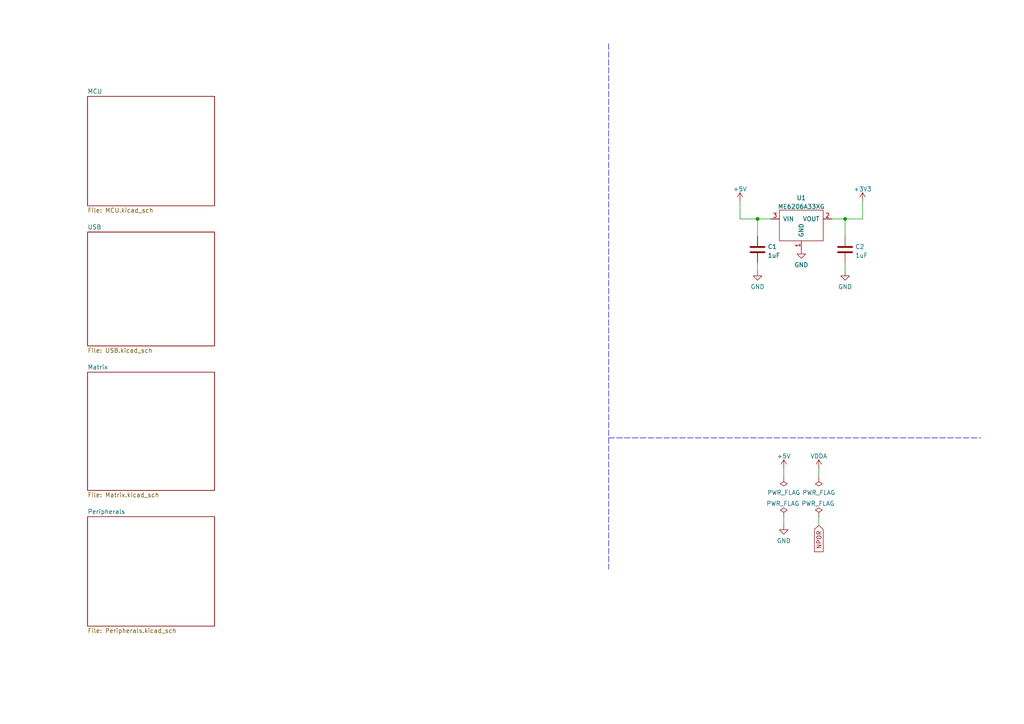
<source format=kicad_sch>
(kicad_sch (version 20211123) (generator eeschema)
  (paper "A4")
  (lib_symbols
    (symbol "Device:C" (pin_numbers hide) (pin_names (offset 0.254))
      (property "Reference" "C" (at 0.635 2.54 0))
      (property "Value" "C" (at 0.635 -2.54 0))
      (symbol "C_0_1"
        (polyline (pts (xy -2.032 -0.762) (xy 2.032 -0.762)) (stroke (width 0.508)))
        (polyline (pts (xy -2.032 0.762) (xy 2.032 0.762)) (stroke (width 0.508)))
      )
      (symbol "C_1_1"
        (pin passive line (at 0 3.81 270) (length 2.794) (name "~") (number "1"))
        (pin passive line (at 0 -3.81 90) (length 2.794) (name "~") (number "2"))
      )
    )
    (symbol "LCSC:ME6206A33XG" (pin_names (offset 1.016))
      (property "Reference" "U" (at 12.065 1.27 0))
      (property "Value" "ME6206A33XG" (at 15.24 -10.16 0))
      (symbol "ME6206A33XG_0_1"
        (rectangle (start 0 0) (end 12.7 -8.89))
      )
      (symbol "ME6206A33XG_1_1"
        (pin passive line (at 6.35 -11.43 90) (length 2.54) (name "GND") (number "1"))
        (pin power_out line (at 15.24 -2.54 180) (length 2.54) (name "VOUT") (number "2"))
        (pin power_in line (at -2.54 -2.54 0) (length 2.54) (name "VIN") (number "3"))
      )
    )
    (symbol "power:+3V3" (power) (pin_names (offset 0))
      (property "Value" "+3V3" (at 0 3.556 0))
      (symbol "+3V3_0_1"
        (polyline (pts (xy -0.762 1.27) (xy 0 2.54)))
        (polyline (pts (xy 0 0) (xy 0 2.54)))
        (polyline (pts (xy 0 2.54) (xy 0.762 1.27)))
      )
      (symbol "+3V3_1_1"
        (pin power_in line (at 0 0 90) (length 0) hide (name "+3V3") (number "1"))
      )
    )
    (symbol "power:+5V" (power) (pin_names (offset 0))
      (property "Value" "+5V" (at 0 3.556 0))
      (symbol "+5V_0_1"
        (polyline (pts (xy -0.762 1.27) (xy 0 2.54)))
        (polyline (pts (xy 0 0) (xy 0 2.54)))
        (polyline (pts (xy 0 2.54) (xy 0.762 1.27)))
      )
      (symbol "+5V_1_1"
        (pin power_in line (at 0 0 90) (length 0) hide (name "+5V") (number "1"))
      )
    )
    (symbol "power:GND" (power) (pin_names (offset 0))
      (property "Value" "GND" (at 0 -3.81 0))
      (symbol "GND_0_1"
        (polyline (pts (xy 0 0) (xy 0 -1.27) (xy 1.27 -1.27) (xy 0 -2.54) (xy -1.27 -1.27) (xy 0 -1.27)))
      )
      (symbol "GND_1_1"
        (pin power_in line (at 0 0 270) (length 0) hide (name "GND") (number "1"))
      )
    )
    (symbol "power:PWR_FLAG" (power) (pin_numbers hide) (pin_names (offset 0) hide)
      (property "Value" "PWR_FLAG" (at 0 3.81 0))
      (symbol "PWR_FLAG_0_0"
        (pin power_out line (at 0 0 90) (length 0) (name "pwr") (number "1"))
      )
      (symbol "PWR_FLAG_0_1"
        (polyline (pts (xy 0 0) (xy 0 1.27) (xy -1.016 1.905) (xy 0 2.54) (xy 1.016 1.905) (xy 0 1.27)))
      )
    )
    (symbol "power:VDDA" (power) (pin_names (offset 0))
      (property "Value" "VDDA" (at 0 3.81 0))
      (symbol "VDDA_0_1"
        (polyline (pts (xy -0.762 1.27) (xy 0 2.54)))
        (polyline (pts (xy 0 0) (xy 0 2.54)))
        (polyline (pts (xy 0 2.54) (xy 0.762 1.27)))
      )
      (symbol "VDDA_1_1"
        (pin power_in line (at 0 0 90) (length 0) hide (name "VDDA") (number "1"))
      )
    )
  )
  (junction (at 245.11 63.5))
  (junction (at 219.71 63.5))
  (wire (pts (xy 245.11 63.5) (xy 250.19 63.5)))
  (wire (pts (xy 219.71 63.5) (xy 214.63 63.5)))
  (wire (pts (xy 250.19 63.5) (xy 250.19 58.42)))
  (wire (pts (xy 214.63 63.5) (xy 214.63 58.42)))
  (polyline (pts (xy 176.53 127) (xy 284.48 127)))
  (polyline (pts (xy 176.53 12.7) (xy 176.53 165.1)))
  (wire (pts (xy 219.71 76.2) (xy 219.71 78.74)))
  (wire (pts (xy 219.71 68.58) (xy 219.71 63.5)))
  (wire (pts (xy 241.3 63.5) (xy 245.11 63.5)))
  (wire (pts (xy 227.33 135.89) (xy 227.33 138.43)))
  (wire (pts (xy 219.71 63.5) (xy 223.52 63.5)))
  (wire (pts (xy 237.49 149.86) (xy 237.49 152.4)))
  (wire (pts (xy 227.33 149.86) (xy 227.33 152.4)))
  (wire (pts (xy 245.11 76.2) (xy 245.11 78.74)))
  (wire (pts (xy 245.11 63.5) (xy 245.11 68.58)))
  (wire (pts (xy 237.49 135.89) (xy 237.49 138.43)))
  (global_label "NPOR" (shape input) (at 237.49 152.4 270) (property "Intersheet References" "${INTERSHEET_REFS}" (effects hide)))
  (symbol (lib_id "power:+3V3") (at 250.19 58.42 0) (unit 1)
    (property "Reference" "#PWR02" (effects hide))
    (property "Value" "+3V3" (at 250.19 54.8442 0))
  )
  (symbol (lib_id "Device:C") (at 245.11 72.39 0) (unit 1)
    (property "Reference" "C2" (at 248.031 71.5553 0) (effects (justify left)))
    (property "Value" "1uF" (at 248.031 74.0922 0) (effects (justify left)))
    (property "Footprint" "Capacitor_SMD:C_0603_1608Metric" (effects hide))
  )
  (symbol (lib_id "power:GND") (at 245.11 78.74 0) (unit 1)
    (property "Reference" "#PWR05" (effects hide))
    (property "Value" "GND" (at 245.11 83.1834 0))
  )
  (symbol (lib_id "power:GND") (at 232.41 72.39 0) (unit 1)
    (property "Reference" "#PWR03" (effects hide))
    (property "Value" "GND" (at 232.41 76.8334 0))
  )
  (symbol (lib_id "power:GND") (at 227.33 152.4 0) (unit 1)
    (property "Reference" "#PWR08" (effects hide))
    (property "Value" "GND" (at 227.33 156.8434 0))
  )
  (symbol (lib_id "Device:C") (at 219.71 72.39 0) (unit 1)
    (property "Reference" "C1" (at 222.631 71.5553 0) (effects (justify left)))
    (property "Value" "1uF" (at 222.631 74.0922 0) (effects (justify left)))
    (property "Footprint" "Capacitor_SMD:C_0603_1608Metric" (effects hide))
  )
  (symbol (lib_id "power:+5V") (at 214.63 58.42 0) (unit 1)
    (property "Reference" "#PWR01" (effects hide))
    (property "Value" "+5V" (at 214.63 54.8442 0))
  )
  (symbol (lib_id "LCSC:ME6206A33XG") (at 226.06 60.96 0) (unit 1)
    (property "Reference" "U1" (at 232.41 57.3872 0))
    (property "Value" "ME6206A33XG" (at 232.41 59.9241 0))
    (property "Footprint" "LCSC:SOT-23" (effects hide))
    (property "Datasheet" "https://datasheet.lcsc.com/lcsc/1811101520_MICRONE-Nanjing-Micro-One-Elec-ME6206A33XG_C161345.pdf" (effects hide))
  )
  (symbol (lib_id "power:PWR_FLAG") (at 237.49 149.86 0) (unit 1)
    (property "Reference" "#FLG04" (effects hide))
    (property "Value" "PWR_FLAG" (at 232.41 146.05 0) (effects (justify left)))
  )
  (symbol (lib_id "power:+5V") (at 227.33 135.89 0) (unit 1)
    (property "Reference" "#PWR06" (effects hide))
    (property "Value" "+5V" (at 227.33 132.3142 0))
  )
  (symbol (lib_id "power:PWR_FLAG") (at 227.33 149.86 0) (unit 1)
    (property "Reference" "#FLG03" (effects hide))
    (property "Value" "PWR_FLAG" (at 222.25 146.05 0) (effects (justify left)))
  )
  (symbol (lib_id "power:PWR_FLAG") (at 227.33 138.43 180) (unit 1)
    (property "Reference" "#FLG01" (effects hide))
    (property "Value" "PWR_FLAG" (at 227.33 142.8734 0))
  )
  (symbol (lib_id "power:GND") (at 219.71 78.74 0) (unit 1)
    (property "Reference" "#PWR04" (effects hide))
    (property "Value" "GND" (at 219.71 83.1834 0))
  )
  (symbol (lib_id "power:PWR_FLAG") (at 237.49 138.43 180) (unit 1)
    (property "Reference" "#FLG02" (effects hide))
    (property "Value" "PWR_FLAG" (at 237.49 142.8734 0))
  )
  (symbol (lib_id "power:VDDA") (at 237.49 135.89 0) (unit 1)
    (property "Reference" "#PWR07" (effects hide))
    (property "Value" "VDDA" (at 237.49 132.3142 0))
  )
  (sheet (at 25.4 27.94) (size 36.83 31.75) (stroke (width 0.1524))
    (property "Sheet name" "MCU" (at 25.4 27.2284 0) (effects (justify left bottom)))
    (property "Sheet file" "MCU.kicad_sch" (at 25.4 60.2746 0) (effects (justify left top)))
  )
  (sheet (at 25.4 149.86) (size 36.83 31.75) (stroke (width 0.1524))
    (property "Sheet name" "Peripherals" (at 25.4 149.1484 0) (effects (justify left bottom)))
    (property "Sheet file" "Peripherals.kicad_sch" (at 25.4 182.1946 0) (effects (justify left top)))
  )
  (sheet (at 25.4 107.95) (size 36.83 34.29) (stroke (width 0.1524))
    (property "Sheet name" "Matrix" (at 25.4 107.2384 0) (effects (justify left bottom)))
    (property "Sheet file" "Matrix.kicad_sch" (at 25.4 142.8246 0) (effects (justify left top)))
  )
  (sheet (at 25.4 67.31) (size 36.83 33.02) (stroke (width 0.1524))
    (property "Sheet name" "USB" (at 25.4 66.5984 0) (effects (justify left bottom)))
    (property "Sheet file" "USB.kicad_sch" (at 25.4 100.9146 0) (effects (justify left top)))
  )
)
</source>
